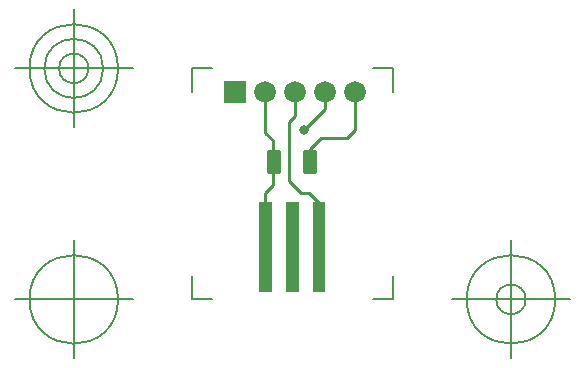
<source format=gbr>
G04 Generated by Ultiboard 11.0 *
%FSLAX25Y25*%
%MOIN*%

%ADD10C,0.01000*%
%ADD11C,0.00005*%
%ADD12C,0.00500*%
%ADD13C,0.00005*%
%ADD14C,0.03200*%
%ADD15C,0.07200*%
%ADD16R,0.07200X0.07200*%
%ADD17R,0.03084X0.06168*%
%ADD18C,0.01666*%


G04 ColorRGB 00FF00 for the following layer *
%LNCopper Top*%
%LPD*%
%FSLAX25Y25*%
%MOIN*%
G54D10*
X3500Y67000D02*
X3500Y54500D01*
X13500Y68000D02*
X13500Y60000D01*
X33500Y67500D02*
X33500Y55600D01*
X23500Y68000D02*
X23500Y62500D01*
X23500Y62500D02*
X16500Y55500D01*
X33500Y55600D02*
X30600Y52700D01*
X30600Y52700D02*
X22200Y52700D01*
X3500Y34500D02*
X3500Y29500D01*
X18000Y34500D02*
X21500Y31000D01*
X11500Y38500D02*
X15500Y34500D01*
X15500Y34500D02*
X18000Y34500D01*
X6000Y52000D02*
X6000Y37000D01*
X11500Y58000D02*
X11500Y38500D01*
X6000Y37000D02*
X3500Y34500D01*
X3500Y54500D02*
X6000Y52000D01*
X13500Y60000D02*
X11500Y58000D01*
X22200Y52700D02*
X18500Y49000D01*
G54D11*
G36*
X19298Y1500D02*
X19298Y31500D01*
X23503Y31500D01*
X23503Y1500D01*
X19298Y1500D01*
G37*
G36*
X19300Y1498D02*
X19300Y31503D01*
X23500Y31503D01*
X23500Y1498D01*
X19300Y1498D01*
G37*
G36*
X10398Y1500D02*
X10398Y31500D01*
X14603Y31500D01*
X14603Y1500D01*
X10398Y1500D01*
G37*
G36*
X10400Y1498D02*
X10400Y31503D01*
X14600Y31503D01*
X14600Y1498D01*
X10400Y1498D01*
G37*
G36*
X1498Y1500D02*
X1498Y31500D01*
X5703Y31500D01*
X5703Y1500D01*
X1498Y1500D01*
G37*
G36*
X1500Y1498D02*
X1500Y31503D01*
X5700Y31503D01*
X5700Y1498D01*
X1500Y1498D01*
G37*
G54D12*
X-21000Y-1000D02*
X-21000Y6700D01*
X-21000Y-1000D02*
X-14300Y-1000D01*
X46000Y-1000D02*
X39300Y-1000D01*
X46000Y-1000D02*
X46000Y6700D01*
X46000Y76000D02*
X46000Y68300D01*
X46000Y76000D02*
X39300Y76000D01*
X-21000Y76000D02*
X-14300Y76000D01*
X-21000Y76000D02*
X-21000Y68300D01*
X-40685Y-1000D02*
X-80055Y-1000D01*
X-60370Y-20685D02*
X-60370Y18685D01*
X-75134Y-1000D02*
G75*
D01*
G02X-75134Y-1000I14764J0*
G01*
X65685Y-1000D02*
X105055Y-1000D01*
X85370Y-20685D02*
X85370Y18685D01*
X70606Y-1000D02*
G75*
D01*
G02X70606Y-1000I14764J0*
G01*
X80449Y-1000D02*
G75*
D01*
G02X80449Y-1000I4921J0*
G01*
X-40685Y76000D02*
X-80055Y76000D01*
X-60370Y56315D02*
X-60370Y95685D01*
X-75134Y76000D02*
G75*
D01*
G02X-75134Y76000I14764J0*
G01*
X-70213Y76000D02*
G75*
D01*
G02X-70213Y76000I9843J0*
G01*
X-65291Y76000D02*
G75*
D01*
G02X-65291Y76000I4921J0*
G01*
G54D13*
X19300Y31500D03*
X23500Y31500D03*
X19300Y1500D03*
X23500Y1500D03*
X10400Y31500D03*
X14600Y31500D03*
X10400Y1500D03*
X14600Y1500D03*
X1500Y31500D03*
X5700Y31500D03*
X1500Y1500D03*
X5700Y1500D03*
G54D14*
X16500Y55500D03*
G54D15*
X3500Y68000D03*
X33500Y68000D03*
X13500Y68000D03*
X23500Y68000D03*
G54D16*
X-6500Y68000D03*
G54D17*
X18174Y45007D03*
X6340Y45007D03*
G54D18*
X16632Y41923D02*
X19716Y41923D01*
X19716Y48091D01*
X16632Y48091D01*
X16632Y41923D01*D02*
X4798Y41923D02*
X7882Y41923D01*
X7882Y48091D01*
X4798Y48091D01*
X4798Y41923D01*D02*

M00*

</source>
